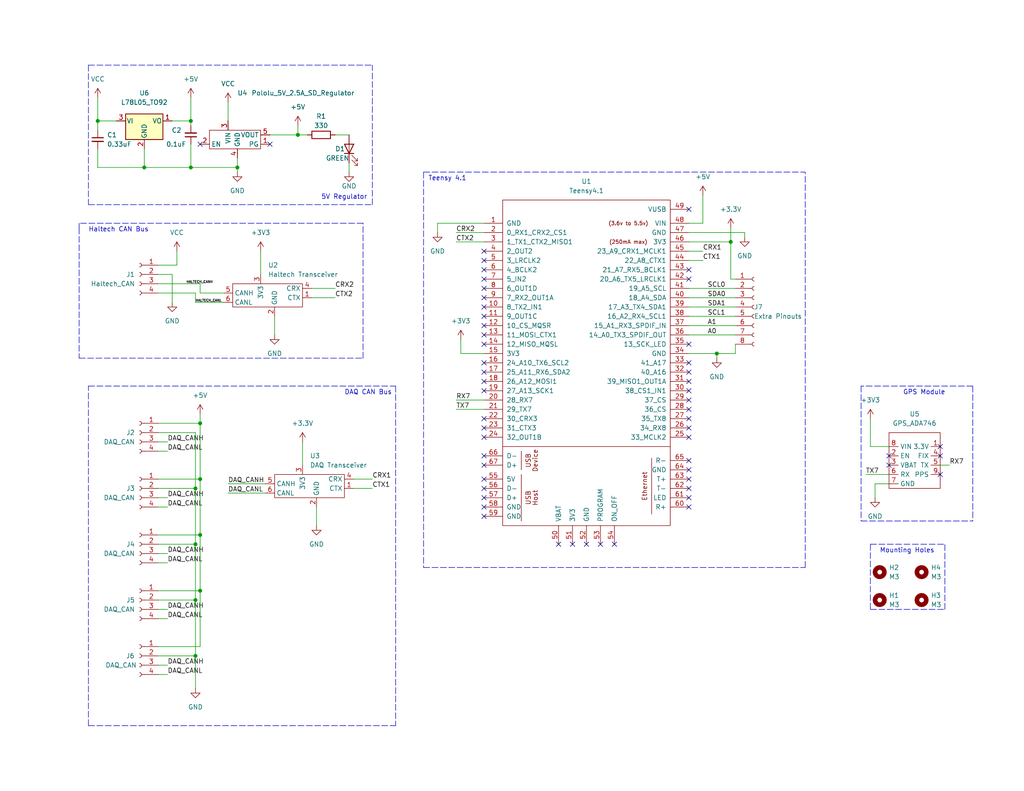
<source format=kicad_sch>
(kicad_sch (version 20211123) (generator eeschema)
  (paper "USLetter")
  (title_block (title "SDM-23 DAQ Main Board") (date "2023-01-22") (rev "v1"))
  (lib_symbols
    (symbol "Connector:Conn_01x04_Female" (pin_names (offset 1.016) hide)
      (property "Reference" "J" (at 0 5.08 0))
      (property "Value" "Conn_01x04_Female" (at 0 -7.62 0))
      (symbol "Conn_01x04_Female_1_1"
        (arc (start 0 -4.572) (mid -0.508 -5.08) (end 0 -5.588) (stroke (width 0.1524)))
        (arc (start 0 -2.032) (mid -0.508 -2.54) (end 0 -3.048) (stroke (width 0.1524)))
        (polyline (pts (xy -1.27 -5.08) (xy -0.508 -5.08)) (stroke (width 0.1524)))
        (polyline (pts (xy -1.27 -2.54) (xy -0.508 -2.54)) (stroke (width 0.1524)))
        (polyline (pts (xy -1.27 0) (xy -0.508 0)) (stroke (width 0.1524)))
        (polyline (pts (xy -1.27 2.54) (xy -0.508 2.54)) (stroke (width 0.1524)))
        (arc (start 0 0.508) (mid -0.508 0) (end 0 -0.508) (stroke (width 0.1524)))
        (arc (start 0 3.048) (mid -0.508 2.54) (end 0 2.032) (stroke (width 0.1524)))
        (pin passive line (at -5.08 2.54 0) (length 3.81) (name "Pin_1") (number "1"))
        (pin passive line (at -5.08 0 0) (length 3.81) (name "Pin_2") (number "2"))
        (pin passive line (at -5.08 -2.54 0) (length 3.81) (name "Pin_3") (number "3"))
        (pin passive line (at -5.08 -5.08 0) (length 3.81) (name "Pin_4") (number "4"))
      )
    )
    (symbol "Connector:Conn_01x08_Female" (pin_names (offset 1.016) hide)
      (property "Reference" "J" (at 0 10.16 0))
      (property "Value" "Conn_01x08_Female" (at 0 -12.7 0))
      (symbol "Conn_01x08_Female_1_1"
        (arc (start 0 -9.652) (mid -0.508 -10.16) (end 0 -10.668) (stroke (width 0.1524)))
        (arc (start 0 -7.112) (mid -0.508 -7.62) (end 0 -8.128) (stroke (width 0.1524)))
        (arc (start 0 -4.572) (mid -0.508 -5.08) (end 0 -5.588) (stroke (width 0.1524)))
        (arc (start 0 -2.032) (mid -0.508 -2.54) (end 0 -3.048) (stroke (width 0.1524)))
        (polyline (pts (xy -1.27 -10.16) (xy -0.508 -10.16)) (stroke (width 0.1524)))
        (polyline (pts (xy -1.27 -7.62) (xy -0.508 -7.62)) (stroke (width 0.1524)))
        (polyline (pts (xy -1.27 -5.08) (xy -0.508 -5.08)) (stroke (width 0.1524)))
        (polyline (pts (xy -1.27 -2.54) (xy -0.508 -2.54)) (stroke (width 0.1524)))
        (polyline (pts (xy -1.27 0) (xy -0.508 0)) (stroke (width 0.1524)))
        (polyline (pts (xy -1.27 2.54) (xy -0.508 2.54)) (stroke (width 0.1524)))
        (polyline (pts (xy -1.27 5.08) (xy -0.508 5.08)) (stroke (width 0.1524)))
        (polyline (pts (xy -1.27 7.62) (xy -0.508 7.62)) (stroke (width 0.1524)))
        (arc (start 0 0.508) (mid -0.508 0) (end 0 -0.508) (stroke (width 0.1524)))
        (arc (start 0 3.048) (mid -0.508 2.54) (end 0 2.032) (stroke (width 0.1524)))
        (arc (start 0 5.588) (mid -0.508 5.08) (end 0 4.572) (stroke (width 0.1524)))
        (arc (start 0 8.128) (mid -0.508 7.62) (end 0 7.112) (stroke (width 0.1524)))
        (pin passive line (at -5.08 7.62 0) (length 3.81) (name "Pin_1") (number "1"))
        (pin passive line (at -5.08 5.08 0) (length 3.81) (name "Pin_2") (number "2"))
        (pin passive line (at -5.08 2.54 0) (length 3.81) (name "Pin_3") (number "3"))
        (pin passive line (at -5.08 0 0) (length 3.81) (name "Pin_4") (number "4"))
        (pin passive line (at -5.08 -2.54 0) (length 3.81) (name "Pin_5") (number "5"))
        (pin passive line (at -5.08 -5.08 0) (length 3.81) (name "Pin_6") (number "6"))
        (pin passive line (at -5.08 -7.62 0) (length 3.81) (name "Pin_7") (number "7"))
        (pin passive line (at -5.08 -10.16 0) (length 3.81) (name "Pin_8") (number "8"))
      )
    )
    (symbol "Device:C_Small" (pin_numbers hide) (pin_names (offset 0.254) hide)
      (property "Reference" "C" (at 0.254 1.778 0))
      (property "Value" "C_Small" (at 0.254 -2.032 0))
      (symbol "C_Small_0_1"
        (polyline (pts (xy -1.524 -0.508) (xy 1.524 -0.508)) (stroke (width 0.3302)))
        (polyline (pts (xy -1.524 0.508) (xy 1.524 0.508)) (stroke (width 0.3048)))
      )
      (symbol "C_Small_1_1"
        (pin passive line (at 0 2.54 270) (length 2.032) (name "~") (number "1"))
        (pin passive line (at 0 -2.54 90) (length 2.032) (name "~") (number "2"))
      )
    )
    (symbol "Device:LED" (pin_numbers hide) (pin_names (offset 1.016) hide)
      (property "Reference" "D" (at 0 2.54 0))
      (property "Value" "LED" (at 0 -2.54 0))
      (symbol "LED_0_1"
        (polyline (pts (xy -1.27 -1.27) (xy -1.27 1.27)) (stroke (width 0.254)))
        (polyline (pts (xy -1.27 0) (xy 1.27 0)))
        (polyline (pts (xy 1.27 -1.27) (xy 1.27 1.27) (xy -1.27 0) (xy 1.27 -1.27)) (stroke (width 0.254)))
        (polyline (pts (xy -3.048 -0.762) (xy -4.572 -2.286) (xy -3.81 -2.286) (xy -4.572 -2.286) (xy -4.572 -1.524)))
        (polyline (pts (xy -1.778 -0.762) (xy -3.302 -2.286) (xy -2.54 -2.286) (xy -3.302 -2.286) (xy -3.302 -1.524)))
      )
      (symbol "LED_1_1"
        (pin passive line (at -3.81 0 0) (length 2.54) (name "K") (number "1"))
        (pin passive line (at 3.81 0 180) (length 2.54) (name "A") (number "2"))
      )
    )
    (symbol "Device:R" (pin_numbers hide) (pin_names (offset 0))
      (property "Reference" "R" (at 2.032 0 90))
      (property "Value" "R" (at 0 0 90))
      (symbol "R_0_1"
        (rectangle (start -1.016 -2.54) (end 1.016 2.54) (stroke (width 0.254)))
      )
      (symbol "R_1_1"
        (pin passive line (at 0 3.81 270) (length 1.27) (name "~") (number "1"))
        (pin passive line (at 0 -3.81 90) (length 1.27) (name "~") (number "2"))
      )
    )
    (symbol "Mechanical:MountingHole" (pin_names (offset 1.016))
      (property "Reference" "H" (at 0 5.08 0))
      (property "Value" "MountingHole" (at 0 3.175 0))
      (symbol "MountingHole_0_1"
        (circle (center 0 0) (radius 1.27) (stroke (width 1.27)))
      )
    )
    (symbol "Regulator_Linear:L78L05_TO92" (pin_names (offset 0.254))
      (property "Reference" "U" (at -3.81 3.175 0))
      (property "Value" "L78L05_TO92" (at 0 3.175 0))
      (symbol "L78L05_TO92_0_1"
        (rectangle (start -5.08 -5.08) (end 5.08 1.905) (stroke (width 0.254)) (fill (type background)))
      )
      (symbol "L78L05_TO92_1_1"
        (pin power_out line (at 7.62 0 180) (length 2.54) (name "VO") (number "1"))
        (pin power_in line (at 0 -7.62 90) (length 2.54) (name "GND") (number "2"))
        (pin power_in line (at -7.62 0 0) (length 2.54) (name "VI") (number "3"))
      )
    )
    (symbol "SDM:GPS_ADA746"
      (property "Reference" "U" (at 0 0 0))
      (property "Value" "GPS_ADA746" (at 1.27 -2.54 0))
      (symbol "GPS_ADA746_0_1"
        (rectangle (start -6.35 -1.27) (end 7.62 -16.51))
      )
      (symbol "GPS_ADA746_1_1"
        (pin output line (at 7.62 -5.08 180) (length 2.54) (name "3.3V") (number "1"))
        (pin input line (at -6.35 -7.62 0) (length 2.54) (name "EN") (number "2"))
        (pin input line (at -6.35 -10.16 0) (length 2.54) (name "VBAT") (number "3"))
        (pin output line (at 7.62 -7.62 180) (length 2.54) (name "FIX") (number "4"))
        (pin output line (at 7.62 -10.16 180) (length 2.54) (name "TX") (number "5"))
        (pin input line (at -6.35 -12.7 0) (length 2.54) (name "RX") (number "6"))
        (pin input line (at -6.35 -15.24 0) (length 2.54) (name "GND") (number "7"))
        (pin input line (at -6.35 -5.08 0) (length 2.54) (name "VIN") (number "8"))
        (pin output line (at 7.62 -12.7 180) (length 2.54) (name "PPS") (number "9"))
      )
    )
    (symbol "SDM:Pololu_5V_2.5A_SD_Regulator"
      (property "Reference" "U" (at -1.27 0 0))
      (property "Value" "Pololu_5V_2.5A_SD_Regulator" (at 11.43 -2.54 0))
      (symbol "Pololu_5V_2.5A_SD_Regulator_0_1"
        (rectangle (start -8.89 -3.81) (end 5.08 -8.89))
      )
      (symbol "Pololu_5V_2.5A_SD_Regulator_1_1"
        (pin output line (at 7.62 -7.62 180) (length 2.54) (name "PG") (number "1"))
        (pin input line (at -11.43 -7.62 0) (length 2.54) (name "EN") (number "2"))
        (pin input line (at -3.81 -1.27 270) (length 2.54) (name "VIN") (number "3"))
        (pin input line (at -1.27 -11.43 90) (length 2.54) (name "GND") (number "4"))
        (pin output line (at 7.62 -5.08 180) (length 2.54) (name "VOUT") (number "5"))
      )
    )
    (symbol "SDM:SN65HVD230_CAN_Transceiver"
      (property "Reference" "U" (at 0 2.54 0))
      (property "Value" "SN65HVD230_CAN_Transceiver" (at 13.97 0 0))
      (symbol "SN65HVD230_CAN_Transceiver_0_1"
        (rectangle (start -8.89 -6.35) (end 10.16 -12.7))
      )
      (symbol "SN65HVD230_CAN_Transceiver_1_1"
        (pin input line (at 12.7 -10.16 180) (length 2.54) (name "CTX") (number "1"))
        (pin input line (at 2.54 -15.24 90) (length 2.54) (name "GND") (number "2"))
        (pin input line (at -1.27 -3.81 270) (length 2.54) (name "3V3") (number "3"))
        (pin input line (at 12.7 -7.62 180) (length 2.54) (name "CRX") (number "4"))
        (pin input line (at -11.43 -8.89 0) (length 2.54) (name "CANH") (number "5"))
        (pin input line (at -11.43 -11.43 0) (length 2.54) (name "CANL") (number "6"))
      )
    )
    (symbol "SN65HVD230_CAN_Transceiver_1"
      (property "Reference" "U" (at 0 2.54 0))
      (property "Value" "SN65HVD230_CAN_Transceiver_1" (at 13.97 0 0))
      (symbol "SN65HVD230_CAN_Transceiver_1_0_1"
        (rectangle (start -8.89 -6.35) (end 10.16 -12.7))
      )
      (symbol "SN65HVD230_CAN_Transceiver_1_1_1"
        (pin input line (at 12.7 -10.16 180) (length 2.54) (name "CTX") (number "1"))
        (pin input line (at 2.54 -15.24 90) (length 2.54) (name "GND") (number "2"))
        (pin input line (at -1.27 -3.81 270) (length 2.54) (name "3V3") (number "3"))
        (pin input line (at 12.7 -7.62 180) (length 2.54) (name "CRX") (number "4"))
        (pin input line (at -11.43 -8.89 0) (length 2.54) (name "CANH") (number "5"))
        (pin input line (at -11.43 -11.43 0) (length 2.54) (name "CANL") (number "6"))
      )
    )
    (symbol "Teensy:Teensy4.1" (pin_names (offset 1.016))
      (property "Reference" "U" (at 0 64.77 0))
      (property "Value" "Teensy4.1" (at 0 62.23 0))
      (symbol "Teensy4.1_0_0"
        (polyline (pts (xy -22.86 -6.35) (xy 22.86 -6.35)))
        (polyline (pts (xy -17.78 -26.67) (xy -17.78 -13.97)))
        (polyline (pts (xy -17.78 -7.62) (xy -17.78 -12.7)))
        (polyline (pts (xy 17.78 -9.525) (xy 17.78 -24.765)))
        (text "(250mA max)" (at 11.43 49.53 0) (effects (font (size 1.016 1.016))))
        (text "(3.6v to 5.5v)" (at 11.43 54.61 0) (effects (font (size 1.016 1.016))))
        (text "Device" (at -13.97 -10.16 900) (effects (font (size 1.27 1.27))))
        (text "Ethernet" (at 15.875 -17.145 900) (effects (font (size 1.27 1.27))))
        (text "Host" (at -13.97 -20.32 900) (effects (font (size 1.27 1.27))))
        (text "USB" (at -15.875 -20.32 900) (effects (font (size 1.27 1.27))))
        (text "USB" (at -15.875 -10.16 900) (effects (font (size 1.27 1.27))))
        (pin bidirectional line (at -27.94 31.75 0) (length 5.08) (name "8_TX2_IN1") (number "10"))
        (pin bidirectional line (at -27.94 29.21 0) (length 5.08) (name "9_OUT1C") (number "11"))
        (pin bidirectional line (at -27.94 26.67 0) (length 5.08) (name "10_CS_MQSR") (number "12"))
        (pin bidirectional line (at -27.94 24.13 0) (length 5.08) (name "11_MOSI_CTX1") (number "13"))
        (pin bidirectional line (at -27.94 21.59 0) (length 5.08) (name "12_MISO_MQSL") (number "14"))
        (pin power_in line (at -27.94 19.05 0) (length 5.08) (name "3V3") (number "15"))
        (pin bidirectional line (at -27.94 16.51 0) (length 5.08) (name "24_A10_TX6_SCL2") (number "16"))
        (pin bidirectional line (at -27.94 13.97 0) (length 5.08) (name "25_A11_RX6_SDA2") (number "17"))
        (pin bidirectional line (at -27.94 11.43 0) (length 5.08) (name "26_A12_MOSI1") (number "18"))
        (pin bidirectional line (at -27.94 8.89 0) (length 5.08) (name "27_A13_SCK1") (number "19"))
        (pin bidirectional line (at -27.94 6.35 0) (length 5.08) (name "28_RX7") (number "20"))
        (pin bidirectional line (at -27.94 3.81 0) (length 5.08) (name "29_TX7") (number "21"))
        (pin bidirectional line (at -27.94 1.27 0) (length 5.08) (name "30_CRX3") (number "22"))
        (pin bidirectional line (at -27.94 -1.27 0) (length 5.08) (name "31_CTX3") (number "23"))
        (pin bidirectional line (at -27.94 -3.81 0) (length 5.08) (name "32_OUT1B") (number "24"))
        (pin bidirectional line (at 27.94 -3.81 180) (length 5.08) (name "33_MCLK2") (number "25"))
        (pin bidirectional line (at 27.94 -1.27 180) (length 5.08) (name "34_RX8") (number "26"))
        (pin bidirectional line (at 27.94 1.27 180) (length 5.08) (name "35_TX8") (number "27"))
        (pin bidirectional line (at 27.94 3.81 180) (length 5.08) (name "36_CS") (number "28"))
        (pin bidirectional line (at 27.94 6.35 180) (length 5.08) (name "37_CS") (number "29"))
        (pin bidirectional line (at 27.94 8.89 180) (length 5.08) (name "38_CS1_IN1") (number "30"))
        (pin bidirectional line (at 27.94 11.43 180) (length 5.08) (name "39_MISO1_OUT1A") (number "31"))
        (pin bidirectional line (at 27.94 13.97 180) (length 5.08) (name "40_A16") (number "32"))
        (pin bidirectional line (at 27.94 16.51 180) (length 5.08) (name "41_A17") (number "33"))
        (pin bidirectional line (at 27.94 21.59 180) (length 5.08) (name "13_SCK_LED") (number "35"))
        (pin bidirectional line (at 27.94 24.13 180) (length 5.08) (name "14_A0_TX3_SPDIF_OUT") (number "36"))
        (pin bidirectional line (at 27.94 26.67 180) (length 5.08) (name "15_A1_RX3_SPDIF_IN") (number "37"))
        (pin bidirectional line (at 27.94 29.21 180) (length 5.08) (name "16_A2_RX4_SCL1") (number "38"))
        (pin bidirectional line (at 27.94 31.75 180) (length 5.08) (name "17_A3_TX4_SDA1") (number "39"))
        (pin bidirectional line (at 27.94 34.29 180) (length 5.08) (name "18_A4_SDA") (number "40"))
        (pin bidirectional line (at 27.94 36.83 180) (length 5.08) (name "19_A5_SCL") (number "41"))
        (pin bidirectional line (at 27.94 39.37 180) (length 5.08) (name "20_A6_TX5_LRCLK1") (number "42"))
        (pin bidirectional line (at 27.94 41.91 180) (length 5.08) (name "21_A7_RX5_BCLK1") (number "43"))
        (pin bidirectional line (at 27.94 44.45 180) (length 5.08) (name "22_A8_CTX1") (number "44"))
        (pin bidirectional line (at 27.94 46.99 180) (length 5.08) (name "23_A9_CRX1_MCLK1") (number "45"))
        (pin output line (at 27.94 49.53 180) (length 5.08) (name "3V3") (number "46"))
        (pin output line (at 27.94 52.07 180) (length 5.08) (name "GND") (number "47"))
        (pin power_in line (at 27.94 54.61 180) (length 5.08) (name "VIN") (number "48"))
        (pin power_out line (at 27.94 58.42 180) (length 5.08) (name "VUSB") (number "49"))
        (pin bidirectional line (at -27.94 44.45 0) (length 5.08) (name "3_LRCLK2") (number "5"))
        (pin power_in line (at -7.62 -33.02 90) (length 5.08) (name "VBAT") (number "50"))
        (pin power_in line (at -3.81 -33.02 90) (length 5.08) (name "3V3") (number "51"))
        (pin input line (at 0 -33.02 90) (length 5.08) (name "GND") (number "52"))
        (pin input line (at 3.81 -33.02 90) (length 5.08) (name "PROGRAM") (number "53"))
        (pin input line (at 7.62 -33.02 90) (length 5.08) (name "ON_OFF") (number "54"))
        (pin power_out line (at -27.94 -15.24 0) (length 5.08) (name "5V") (number "55"))
        (pin bidirectional line (at -27.94 -17.78 0) (length 5.08) (name "D-") (number "56"))
        (pin bidirectional line (at -27.94 -20.32 0) (length 5.08) (name "D+") (number "57"))
        (pin power_in line (at -27.94 -22.86 0) (length 5.08) (name "GND") (number "58"))
        (pin power_in line (at -27.94 -25.4 0) (length 5.08) (name "GND") (number "59"))
        (pin bidirectional line (at -27.94 41.91 0) (length 5.08) (name "4_BCLK2") (number "6"))
        (pin bidirectional line (at 27.94 -22.86 180) (length 5.08) (name "R+") (number "60"))
        (pin bidirectional line (at 27.94 -20.32 180) (length 5.08) (name "LED") (number "61"))
        (pin bidirectional line (at 27.94 -17.78 180) (length 5.08) (name "T-") (number "62"))
        (pin bidirectional line (at 27.94 -15.24 180) (length 5.08) (name "T+") (number "63"))
        (pin power_in line (at 27.94 -12.7 180) (length 5.08) (name "GND") (number "64"))
        (pin bidirectional line (at 27.94 -10.16 180) (length 5.08) (name "R-") (number "65"))
        (pin bidirectional line (at -27.94 -8.89 0) (length 5.08) (name "D-") (number "66"))
        (pin bidirectional line (at -27.94 -11.43 0) (length 5.08) (name "D+") (number "67"))
        (pin bidirectional line (at -27.94 39.37 0) (length 5.08) (name "5_IN2") (number "7"))
        (pin bidirectional line (at -27.94 36.83 0) (length 5.08) (name "6_OUT1D") (number "8"))
        (pin bidirectional line (at -27.94 34.29 0) (length 5.08) (name "7_RX2_OUT1A") (number "9"))
      )
      (symbol "Teensy4.1_0_1"
        (rectangle (start -22.86 60.96) (end 22.86 -27.94))
        (rectangle (start -20.32 -1.27) (end -20.32 -1.27))
      )
      (symbol "Teensy4.1_1_1"
        (pin power_in line (at -27.94 54.61 0) (length 5.08) (name "GND") (number "1"))
        (pin bidirectional line (at -27.94 52.07 0) (length 5.08) (name "0_RX1_CRX2_CS1") (number "2"))
        (pin bidirectional line (at -27.94 49.53 0) (length 5.08) (name "1_TX1_CTX2_MISO1") (number "3"))
        (pin power_in line (at 27.94 19.05 180) (length 5.08) (name "GND") (number "34"))
        (pin bidirectional line (at -27.94 46.99 0) (length 5.08) (name "2_OUT2") (number "4"))
      )
    )
    (symbol "power:+3.3V" (power) (pin_names (offset 0))
      (property "Value" "+3.3V" (at 0 3.556 0))
      (symbol "+3.3V_0_1"
        (polyline (pts (xy -0.762 1.27) (xy 0 2.54)))
        (polyline (pts (xy 0 0) (xy 0 2.54)))
        (polyline (pts (xy 0 2.54) (xy 0.762 1.27)))
      )
      (symbol "+3.3V_1_1"
        (pin power_in line (at 0 0 90) (length 0) hide (name "+3.3V") (number "1"))
      )
    )
    (symbol "power:+3V3" (power) (pin_names (offset 0))
      (property "Value" "+3V3" (at 0 3.556 0))
      (symbol "+3V3_0_1"
        (polyline (pts (xy -0.762 1.27) (xy 0 2.54)))
        (polyline (pts (xy 0 0) (xy 0 2.54)))
        (polyline (pts (xy 0 2.54) (xy 0.762 1.27)))
      )
      (symbol "+3V3_1_1"
        (pin power_in line (at 0 0 90) (length 0) hide (name "+3V3") (number "1"))
      )
    )
    (symbol "power:+5V" (power) (pin_names (offset 0))
      (property "Value" "+5V" (at 0 3.556 0))
      (symbol "+5V_0_1"
        (polyline (pts (xy -0.762 1.27) (xy 0 2.54)))
        (polyline (pts (xy 0 0) (xy 0 2.54)))
        (polyline (pts (xy 0 2.54) (xy 0.762 1.27)))
      )
      (symbol "+5V_1_1"
        (pin power_in line (at 0 0 90) (length 0) hide (name "+5V") (number "1"))
      )
    )
    (symbol "power:GND" (power) (pin_names (offset 0))
      (property "Value" "GND" (at 0 -3.81 0))
      (symbol "GND_0_1"
        (polyline (pts (xy 0 0) (xy 0 -1.27) (xy 1.27 -1.27) (xy 0 -2.54) (xy -1.27 -1.27) (xy 0 -1.27)))
      )
      (symbol "GND_1_1"
        (pin power_in line (at 0 0 270) (length 0) hide (name "GND") (number "1"))
      )
    )
    (symbol "power:VCC" (power) (pin_names (offset 0))
      (property "Value" "VCC" (at 0 3.81 0))
      (symbol "VCC_0_1"
        (polyline (pts (xy -0.762 1.27) (xy 0 2.54)))
        (polyline (pts (xy 0 0) (xy 0 2.54)))
        (polyline (pts (xy 0 2.54) (xy 0.762 1.27)))
      )
      (symbol "VCC_1_1"
        (pin power_in line (at 0 0 90) (length 0) hide (name "VCC") (number "1"))
      )
    )
  )
  (junction (at 54.61 115.57))
  (junction (at 52.07 33.02))
  (junction (at 26.67 33.02))
  (junction (at 39.37 45.72))
  (junction (at 54.61 146.05))
  (junction (at 53.34 133.35))
  (junction (at 53.34 179.07))
  (junction (at 54.61 130.81))
  (junction (at 81.28 36.83))
  (junction (at 199.39 66.04))
  (junction (at 53.34 148.59))
  (junction (at 53.34 163.83))
  (junction (at 64.77 45.72))
  (junction (at 195.58 96.52))
  (junction (at 54.61 161.29))
  (junction (at 52.07 45.72))
  (no_connect (at 73.66 39.37))
  (no_connect (at 54.61 39.37))
  (no_connect (at 187.96 104.14))
  (no_connect (at 132.08 81.28))
  (no_connect (at 187.96 128.27))
  (no_connect (at 132.08 104.14))
  (no_connect (at 132.08 91.44))
  (no_connect (at 132.08 135.89))
  (no_connect (at 242.57 124.46))
  (no_connect (at 132.08 140.97))
  (no_connect (at 132.08 93.98))
  (no_connect (at 132.08 124.46))
  (no_connect (at 187.96 119.38))
  (no_connect (at 152.4 148.59))
  (no_connect (at 187.96 73.66))
  (no_connect (at 132.08 83.82))
  (no_connect (at 132.08 106.68))
  (no_connect (at 132.08 68.58))
  (no_connect (at 187.96 106.68))
  (no_connect (at 256.54 129.54))
  (no_connect (at 187.96 111.76))
  (no_connect (at 132.08 114.3))
  (no_connect (at 187.96 133.35))
  (no_connect (at 187.96 109.22))
  (no_connect (at 132.08 119.38))
  (no_connect (at 187.96 93.98))
  (no_connect (at 167.64 148.59))
  (no_connect (at 187.96 116.84))
  (no_connect (at 242.57 127))
  (no_connect (at 156.21 148.59))
  (no_connect (at 132.08 130.81))
  (no_connect (at 187.96 114.3))
  (no_connect (at 132.08 76.2))
  (no_connect (at 160.02 148.59))
  (no_connect (at 187.96 99.06))
  (no_connect (at 132.08 78.74))
  (no_connect (at 187.96 138.43))
  (no_connect (at 132.08 99.06))
  (no_connect (at 132.08 101.6))
  (no_connect (at 132.08 86.36))
  (no_connect (at 132.08 71.12))
  (no_connect (at 132.08 88.9))
  (no_connect (at 187.96 76.2))
  (no_connect (at 187.96 57.15))
  (no_connect (at 132.08 73.66))
  (no_connect (at 163.83 148.59))
  (no_connect (at 187.96 135.89))
  (no_connect (at 132.08 127))
  (no_connect (at 256.54 121.92))
  (no_connect (at 187.96 101.6))
  (no_connect (at 187.96 130.81))
  (no_connect (at 132.08 116.84))
  (no_connect (at 256.54 124.46))
  (no_connect (at 187.96 125.73))
  (no_connect (at 132.08 138.43))
  (no_connect (at 132.08 133.35))
  (polyline (pts (xy 265.43 105.41) (xy 265.43 142.24)))
  (polyline (pts (xy 237.49 166.37) (xy 257.81 166.37)))
  (wire (pts (xy 54.61 80.01) (xy 60.96 80.01)))
  (wire (pts (xy 187.96 71.12) (xy 191.77 71.12)))
  (wire (pts (xy 64.77 45.72) (xy 64.77 46.99)))
  (wire (pts (xy 200.66 76.2) (xy 199.39 76.2)))
  (polyline (pts (xy 237.49 148.59) (xy 237.49 166.37)))
  (polyline (pts (xy 101.6 55.88) (xy 101.6 17.78)))
  (wire (pts (xy 191.77 53.34) (xy 191.77 60.96)))
  (polyline (pts (xy 21.59 60.96) (xy 21.59 62.23)))
  (wire (pts (xy 52.07 45.72) (xy 39.37 45.72)))
  (wire (pts (xy 26.67 40.64) (xy 26.67 45.72)))
  (polyline (pts (xy 257.81 166.37) (xy 257.81 148.59)))
  (wire (pts (xy 187.96 66.04) (xy 199.39 66.04)))
  (wire (pts (xy 43.18 72.39) (xy 48.26 72.39)))
  (wire (pts (xy 52.07 33.02) (xy 52.07 26.67)))
  (wire (pts (xy 62.23 134.62) (xy 72.39 134.62)))
  (wire (pts (xy 187.96 91.44) (xy 200.66 91.44)))
  (wire (pts (xy 124.46 109.22) (xy 132.08 109.22)))
  (wire (pts (xy 187.96 88.9) (xy 200.66 88.9)))
  (wire (pts (xy 62.23 132.08) (xy 72.39 132.08)))
  (wire (pts (xy 85.09 78.74) (xy 91.44 78.74)))
  (wire (pts (xy 43.18 161.29) (xy 54.61 161.29)))
  (wire (pts (xy 81.28 36.83) (xy 83.82 36.83)))
  (wire (pts (xy 187.96 63.5) (xy 203.2 63.5)))
  (wire (pts (xy 53.34 148.59) (xy 53.34 163.83)))
  (wire (pts (xy 43.18 80.01) (xy 53.34 80.01)))
  (wire (pts (xy 46.99 82.55) (xy 46.99 74.93)))
  (wire (pts (xy 125.73 96.52) (xy 125.73 92.71)))
  (polyline (pts (xy 219.71 154.94) (xy 219.71 46.99)))
  (wire (pts (xy 124.46 63.5) (xy 132.08 63.5)))
  (wire (pts (xy 54.61 146.05) (xy 54.61 130.81)))
  (wire (pts (xy 195.58 97.79) (xy 195.58 96.52)))
  (wire (pts (xy 85.09 81.28) (xy 91.44 81.28)))
  (wire (pts (xy 53.34 179.07) (xy 53.34 187.96)))
  (wire (pts (xy 187.96 86.36) (xy 200.66 86.36)))
  (wire (pts (xy 43.18 184.15) (xy 45.72 184.15)))
  (polyline (pts (xy 115.57 46.99) (xy 115.57 154.94)))
  (wire (pts (xy 95.25 44.45) (xy 95.25 46.99)))
  (polyline (pts (xy 21.59 62.23) (xy 21.59 97.79)))
  (wire (pts (xy 71.12 68.58) (xy 71.12 74.93)))
  (wire (pts (xy 43.18 163.83) (xy 53.34 163.83)))
  (wire (pts (xy 187.96 68.58) (xy 191.77 68.58)))
  (wire (pts (xy 96.52 133.35) (xy 101.6 133.35)))
  (wire (pts (xy 54.61 77.47) (xy 54.61 80.01)))
  (wire (pts (xy 43.18 118.11) (xy 53.34 118.11)))
  (wire (pts (xy 43.18 176.53) (xy 54.61 176.53)))
  (wire (pts (xy 96.52 130.81) (xy 101.6 130.81)))
  (wire (pts (xy 195.58 96.52) (xy 200.66 96.52)))
  (wire (pts (xy 54.61 176.53) (xy 54.61 161.29)))
  (wire (pts (xy 43.18 130.81) (xy 54.61 130.81)))
  (wire (pts (xy 237.49 121.92) (xy 242.57 121.92)))
  (wire (pts (xy 62.23 27.94) (xy 62.23 33.02)))
  (wire (pts (xy 191.77 60.96) (xy 187.96 60.96)))
  (wire (pts (xy 43.18 151.13) (xy 45.72 151.13)))
  (wire (pts (xy 53.34 80.01) (xy 53.34 82.55)))
  (wire (pts (xy 26.67 33.02) (xy 26.67 35.56)))
  (polyline (pts (xy 24.13 198.12) (xy 107.95 198.12)))
  (wire (pts (xy 43.18 181.61) (xy 45.72 181.61)))
  (polyline (pts (xy 265.43 105.41) (xy 234.95 105.41)))
  (wire (pts (xy 237.49 114.3) (xy 237.49 121.92)))
  (wire (pts (xy 242.57 132.08) (xy 238.76 132.08)))
  (wire (pts (xy 39.37 45.72) (xy 39.37 40.64)))
  (wire (pts (xy 199.39 66.04) (xy 199.39 62.23)))
  (wire (pts (xy 43.18 148.59) (xy 53.34 148.59)))
  (wire (pts (xy 200.66 93.98) (xy 200.66 96.52)))
  (wire (pts (xy 43.18 153.67) (xy 45.72 153.67)))
  (wire (pts (xy 46.99 33.02) (xy 52.07 33.02)))
  (wire (pts (xy 54.61 115.57) (xy 54.61 113.03)))
  (wire (pts (xy 43.18 166.37) (xy 45.72 166.37)))
  (wire (pts (xy 187.96 96.52) (xy 195.58 96.52)))
  (polyline (pts (xy 234.95 142.24) (xy 265.43 142.24)))
  (polyline (pts (xy 237.49 148.59) (xy 257.81 148.59)))
  (polyline (pts (xy 115.57 154.94) (xy 219.71 154.94)))
  (wire (pts (xy 124.46 66.04) (xy 132.08 66.04)))
  (wire (pts (xy 53.34 118.11) (xy 53.34 133.35)))
  (polyline (pts (xy 24.13 198.12) (xy 24.13 105.41)))
  (polyline (pts (xy 234.95 105.41) (xy 234.95 142.24)))
  (polyline (pts (xy 24.13 17.78) (xy 101.6 17.78)))
  (wire (pts (xy 86.36 138.43) (xy 86.36 143.51)))
  (wire (pts (xy 53.34 82.55) (xy 60.96 82.55)))
  (wire (pts (xy 256.54 127) (xy 259.08 127)))
  (wire (pts (xy 43.18 133.35) (xy 53.34 133.35)))
  (wire (pts (xy 64.77 43.18) (xy 64.77 45.72)))
  (wire (pts (xy 54.61 130.81) (xy 54.61 115.57)))
  (wire (pts (xy 64.77 45.72) (xy 52.07 45.72)))
  (wire (pts (xy 74.93 86.36) (xy 74.93 91.44)))
  (wire (pts (xy 91.44 36.83) (xy 95.25 36.83)))
  (wire (pts (xy 238.76 132.08) (xy 238.76 135.89)))
  (wire (pts (xy 81.28 34.29) (xy 81.28 36.83)))
  (wire (pts (xy 52.07 39.37) (xy 52.07 45.72)))
  (wire (pts (xy 82.55 120.65) (xy 82.55 127)))
  (wire (pts (xy 236.22 129.54) (xy 242.57 129.54)))
  (polyline (pts (xy 107.95 105.41) (xy 107.95 198.12)))
  (wire (pts (xy 48.26 72.39) (xy 48.26 68.58)))
  (wire (pts (xy 43.18 179.07) (xy 53.34 179.07)))
  (polyline (pts (xy 115.57 46.99) (xy 219.71 46.99)))
  (wire (pts (xy 43.18 146.05) (xy 54.61 146.05)))
  (wire (pts (xy 26.67 26.67) (xy 26.67 33.02)))
  (wire (pts (xy 43.18 135.89) (xy 45.72 135.89)))
  (wire (pts (xy 119.38 60.96) (xy 132.08 60.96)))
  (wire (pts (xy 26.67 33.02) (xy 31.75 33.02)))
  (wire (pts (xy 53.34 133.35) (xy 53.34 148.59)))
  (polyline (pts (xy 21.59 97.79) (xy 99.06 97.79)))
  (wire (pts (xy 187.96 83.82) (xy 200.66 83.82)))
  (wire (pts (xy 187.96 81.28) (xy 200.66 81.28)))
  (polyline (pts (xy 24.13 17.78) (xy 24.13 55.88)))
  (wire (pts (xy 73.66 36.83) (xy 81.28 36.83)))
  (wire (pts (xy 187.96 78.74) (xy 200.66 78.74)))
  (wire (pts (xy 132.08 96.52) (xy 125.73 96.52)))
  (polyline (pts (xy 24.13 55.88) (xy 101.6 55.88)))
  (wire (pts (xy 43.18 168.91) (xy 45.72 168.91)))
  (wire (pts (xy 43.18 120.65) (xy 45.72 120.65)))
  (wire (pts (xy 43.18 77.47) (xy 54.61 77.47)))
  (wire (pts (xy 119.38 60.96) (xy 119.38 63.5)))
  (wire (pts (xy 124.46 111.76) (xy 132.08 111.76)))
  (wire (pts (xy 203.2 63.5) (xy 203.2 64.77)))
  (polyline (pts (xy 24.13 105.41) (xy 107.95 105.41)))
  (polyline (pts (xy 99.06 60.96) (xy 21.59 60.96)))
  (polyline (pts (xy 99.06 97.79) (xy 99.06 60.96)))
  (wire (pts (xy 46.99 74.93) (xy 43.18 74.93)))
  (wire (pts (xy 199.39 66.04) (xy 199.39 76.2)))
  (wire (pts (xy 52.07 33.02) (xy 52.07 34.29)))
  (wire (pts (xy 43.18 123.19) (xy 45.72 123.19)))
  (wire (pts (xy 26.67 45.72) (xy 39.37 45.72)))
  (wire (pts (xy 54.61 161.29) (xy 54.61 146.05)))
  (wire (pts (xy 43.18 115.57) (xy 54.61 115.57)))
  (wire (pts (xy 43.18 138.43) (xy 45.72 138.43)))
  (wire (pts (xy 53.34 163.83) (xy 53.34 179.07)))
  (text "DAQ CAN Bus" (at 93.98 107.95 0) (effects (font (size 1.27 1.27)) (justify left bottom)))
  (text "Mounting Holes" (at 240.03 151.13 0) (effects (font (size 1.27 1.27)) (justify left bottom)))
  (text "Teensy 4.1" (at 116.84 49.53 0) (effects (font (size 1.27 1.27)) (justify left bottom)))
  (text "Haltech CAN Bus" (at 24.13 63.5 0) (effects (font (size 1.27 1.27)) (justify left bottom)))
  (text "GPS Module\n" (at 246.38 107.95 0) (effects (font (size 1.27 1.27)) (justify left bottom)))
  (text "5V Regulator" (at 87.63 54.61 0) (effects (font (size 1.27 1.27)) (justify left bottom)))
  (label "CTX1" (at 191.77 71.12 0))
  (label "CRX1" (at 101.6 130.81 0))
  (label "SDA1" (at 193.04 83.82 0))
  (label "DAQ_CANL" (at 45.72 153.67 0))
  (label "CTX2" (at 91.44 81.28 0))
  (label "TX7" (at 124.46 111.76 0))
  (label "DAQ_CANH" (at 45.72 166.37 0))
  (label "TX7" (at 236.22 129.54 0))
  (label "DAQ_CANH" (at 45.72 120.65 0))
  (label "DAQ_CANH" (at 45.72 181.61 0))
  (label "HALTECH_CANH" (at 50.8 77.47 0) (effects (font (size 0.64 0.64))))
  (label "HALTECH_CANL" (at 53.34 82.55 0) (effects (font (size 0.64 0.64))))
  (label "DAQ_CANL" (at 45.72 138.43 0))
  (label "DAQ_CANL" (at 45.72 123.19 0))
  (label "SCL1" (at 193.04 86.36 0))
  (label "CTX2" (at 124.46 66.04 0))
  (label "DAQ_CANH" (at 62.23 132.08 0))
  (label "DAQ_CANL" (at 45.72 168.91 0))
  (label "SCL0" (at 193.04 78.74 0))
  (label "DAQ_CANH" (at 45.72 151.13 0))
  (label "CRX2" (at 124.46 63.5 0))
  (label "DAQ_CANL" (at 62.23 134.62 0))
  (label "DAQ_CANL" (at 45.72 184.15 0))
  (label "A1" (at 193.04 88.9 0))
  (label "SDA0" (at 193.04 81.28 0))
  (label "CRX2" (at 91.44 78.74 0))
  (label "CRX1" (at 191.77 68.58 0))
  (label "DAQ_CANH" (at 45.72 135.89 0))
  (label "CTX1" (at 101.6 133.35 0))
  (label "RX7" (at 124.46 109.22 0))
  (label "RX7" (at 259.08 127 0))
  (label "A0" (at 193.04 91.44 0))
  (symbol (lib_id "Device:C_Small") (at 52.07 36.83 0) (mirror x) (unit 1)
    (property "Reference" "C2" (at 49.53 35.5535 0) (effects (justify right)))
    (property "Value" "0.1uF" (at 50.8 39.37 0) (effects (justify right)))
    (property "Footprint" "Capacitor_THT:C_Disc_D3.0mm_W2.0mm_P2.50mm" (effects hide))
  )
  (symbol (lib_id "Regulator_Linear:L78L05_TO92") (at 39.37 33.02 0) (unit 1)
    (property "Reference" "U6" (at 39.37 25.4 0))
    (property "Value" "L78L05_TO92" (at 39.37 27.94 0))
    (property "Footprint" "Package_TO_SOT_THT:TO-220-3_Vertical" (effects hide))
    (property "Datasheet" "http://www.st.com/content/ccc/resource/technical/document/datasheet/15/55/e5/aa/23/5b/43/fd/CD00000446.pdf/files/CD00000446.pdf/jcr:content/translations/en.CD00000446.pdf" (effects hide))
  )
  (symbol (lib_id "power:GND") (at 64.77 46.99 0) (unit 1)
    (property "Reference" "#PWR0103" (effects hide))
    (property "Value" "GND" (at 64.77 52.07 0))
  )
  (symbol (lib_id "Mechanical:MountingHole") (at 240.03 163.83 0) (unit 1)
    (property "Reference" "H1" (at 242.57 162.5599 0) (effects (justify left)))
    (property "Value" "M3" (at 242.57 165.0999 0) (effects (justify left)))
    (property "Footprint" "MountingHole:MountingHole_3.2mm_M3" (effects hide))
  )
  (symbol (lib_id "Device:C_Small") (at 26.67 38.1 0) (unit 1)
    (property "Reference" "C1" (at 29.21 36.8362 0) (effects (justify left)))
    (property "Value" "0.33uF" (at 29.21 39.3762 0) (effects (justify left)))
    (property "Footprint" "Capacitor_THT:C_Disc_D3.0mm_W2.0mm_P2.50mm" (effects hide))
  )
  (symbol (lib_id "SDM:SN65HVD230_CAN_Transceiver") (at 72.39 71.12 0) (unit 1)
    (property "Reference" "U2" (at 73.1394 72.39 0) (effects (justify left)))
    (property "Value" "Haltech Transceiver" (at 73.1394 74.93 0) (effects (justify left)))
    (property "Footprint" "SDM:SDM_CANBoard_v1" (effects hide))
  )
  (symbol (lib_id "power:GND") (at 195.58 97.79 0) (unit 1)
    (property "Reference" "#PWR0111" (effects hide))
    (property "Value" "GND" (at 195.58 102.87 0))
  )
  (symbol (lib_id "power:VCC") (at 26.67 26.67 0) (unit 1)
    (property "Reference" "#PWR0122" (effects hide))
    (property "Value" "VCC" (at 26.67 21.59 0))
  )
  (symbol (lib_id "Teensy:Teensy4.1") (at 160.02 115.57 0) (unit 1)
    (property "Reference" "U1" (at 160.02 49.53 0))
    (property "Value" "Teensy4.1" (at 160.02 52.07 0))
    (property "Footprint" "Teensy:Teensy41" (effects hide))
  )
  (symbol (lib_id "Mechanical:MountingHole") (at 240.03 156.21 0) (unit 1)
    (property "Reference" "H2" (at 242.57 154.9399 0) (effects (justify left)))
    (property "Value" "M3" (at 242.57 157.4799 0) (effects (justify left)))
    (property "Footprint" "MountingHole:MountingHole_3.2mm_M3" (effects hide))
  )
  (symbol (lib_id "power:+3V3") (at 237.49 114.3 0) (unit 1)
    (property "Reference" "#PWR0119" (effects hide))
    (property "Value" "+3V3" (at 237.49 109.22 0))
  )
  (symbol (lib_id "power:+3V3") (at 71.12 68.58 0) (unit 1)
    (property "Reference" "#PWR0105" (effects hide))
    (property "Value" "+3V3" (at 71.12 63.5 0))
  )
  (symbol (lib_id "power:VCC") (at 48.26 68.58 0) (unit 1)
    (property "Reference" "#PWR0104" (effects hide))
    (property "Value" "VCC" (at 48.26 63.5 0))
  )
  (symbol (lib_id "power:GND") (at 46.99 82.55 0) (unit 1)
    (property "Reference" "#PWR0109" (effects hide))
    (property "Value" "GND" (at 46.99 87.63 0))
  )
  (symbol (lib_id "SDM:GPS_ADA746") (at 248.92 116.84 0) (unit 1)
    (property "Reference" "U5" (at 249.555 113.03 0))
    (property "Value" "GPS_ADA746" (at 249.555 115.57 0))
    (property "Footprint" "Connector_PinHeader_2.54mm:PinHeader_1x09_P2.54mm_Vertical" (effects hide))
  )
  (symbol (lib_id "Connector:Conn_01x04_Female") (at 38.1 133.35 0) (mirror y) (unit 1)
    (property "Reference" "J3" (at 36.83 133.3499 0) (effects (justify left)))
    (property "Value" "DAQ_CAN" (at 36.83 135.8899 0) (effects (justify left)))
    (property "Footprint" "TerminalBlock_TE-Connectivity:TerminalBlock_TE_282834-4_1x04_P2.54mm_Horizontal" (effects hide))
  )
  (symbol (lib_id "SDM:Pololu_5V_2.5A_SD_Regulator") (at 66.04 31.75 0) (unit 1)
    (property "Reference" "U4" (at 64.77 25.4 0) (effects (justify left)))
    (property "Value" "Pololu_5V_2.5A_SD_Regulator" (at 68.58 25.4 0) (effects (justify left)))
    (property "Footprint" "Connector_PinHeader_2.54mm:PinHeader_1x05_P2.54mm_Vertical" (effects hide))
  )
  (symbol (lib_id "Mechanical:MountingHole") (at 251.46 156.21 0) (unit 1)
    (property "Reference" "H4" (at 254 154.9399 0) (effects (justify left)))
    (property "Value" "M3" (at 254 157.4799 0) (effects (justify left)))
    (property "Footprint" "MountingHole:MountingHole_3.2mm_M3" (effects hide))
  )
  (symbol (lib_id "power:+5V") (at 52.07 26.67 0) (unit 1)
    (property "Reference" "#PWR0121" (effects hide))
    (property "Value" "+5V" (at 52.07 21.59 0))
  )
  (symbol (lib_id "power:GND") (at 119.38 63.5 0) (unit 1)
    (property "Reference" "#PWR0110" (effects hide))
    (property "Value" "GND" (at 119.38 68.58 0))
  )
  (symbol (lib_id "power:GND") (at 238.76 135.89 0) (unit 1)
    (property "Reference" "#PWR0118" (effects hide))
    (property "Value" "GND" (at 238.76 140.97 0))
  )
  (symbol (lib_id "Mechanical:MountingHole") (at 251.46 163.83 0) (unit 1)
    (property "Reference" "H3" (at 254 162.5599 0) (effects (justify left)))
    (property "Value" "M3" (at 254 165.0999 0) (effects (justify left)))
    (property "Footprint" "MountingHole:MountingHole_3.2mm_M3" (effects hide))
  )
  (symbol (lib_id "power:GND") (at 74.93 91.44 0) (unit 1)
    (property "Reference" "#PWR0106" (effects hide))
    (property "Value" "GND" (at 74.93 96.52 0))
  )
  (symbol (lib_id "power:+3.3V") (at 82.55 120.65 0) (unit 1)
    (property "Reference" "#PWR0116" (effects hide))
    (property "Value" "+3.3V" (at 82.55 115.57 0))
  )
  (symbol (lib_id "Connector:Conn_01x04_Female") (at 38.1 163.83 0) (mirror y) (unit 1)
    (property "Reference" "J5" (at 36.83 163.8299 0) (effects (justify left)))
    (property "Value" "DAQ_CAN" (at 36.83 166.3699 0) (effects (justify left)))
    (property "Footprint" "TerminalBlock_TE-Connectivity:TerminalBlock_TE_282834-4_1x04_P2.54mm_Horizontal" (effects hide))
  )
  (symbol (lib_id "Device:R") (at 87.63 36.83 90) (unit 1)
    (property "Reference" "R1" (at 87.63 31.75 90))
    (property "Value" "330" (at 87.63 34.29 90))
    (property "Footprint" "Resistor_THT:R_Axial_DIN0204_L3.6mm_D1.6mm_P7.62mm_Horizontal" (effects hide))
  )
  (symbol (lib_id "Connector:Conn_01x04_Female") (at 38.1 148.59 0) (mirror y) (unit 1)
    (property "Reference" "J4" (at 36.83 148.5899 0) (effects (justify left)))
    (property "Value" "DAQ_CAN" (at 36.83 151.1299 0) (effects (justify left)))
    (property "Footprint" "TerminalBlock_TE-Connectivity:TerminalBlock_TE_282834-4_1x04_P2.54mm_Horizontal" (effects hide))
  )
  (symbol (lib_id "power:GND") (at 95.25 46.99 0) (unit 1)
    (property "Reference" "#PWR0120" (effects hide))
    (property "Value" "GND" (at 95.25 50.8 0))
  )
  (symbol (lib_name "SN65HVD230_CAN_Transceiver_1") (lib_id "SDM:SN65HVD230_CAN_Transceiver") (at 83.82 123.19 0) (unit 1)
    (property "Reference" "U3" (at 84.5694 124.46 0) (effects (justify left)))
    (property "Value" "DAQ Transceiver" (at 84.5694 127 0) (effects (justify left)))
    (property "Footprint" "SDM:SDM_CANBoard_v1" (effects hide))
  )
  (symbol (lib_id "power:GND") (at 86.36 143.51 0) (unit 1)
    (property "Reference" "#PWR0115" (effects hide))
    (property "Value" "GND" (at 86.36 148.59 0))
  )
  (symbol (lib_id "Connector:Conn_01x08_Female") (at 205.74 83.82 0) (unit 1)
    (property "Reference" "J7" (at 205.74 83.82 0) (effects (justify left)))
    (property "Value" "Extra Pinouts" (at 205.74 86.36 0) (effects (justify left)))
    (property "Footprint" "Connector_PinSocket_2.54mm:PinSocket_1x08_P2.54mm_Vertical" (effects hide))
  )
  (symbol (lib_id "power:VCC") (at 62.23 27.94 0) (unit 1)
    (property "Reference" "#PWR0101" (effects hide))
    (property "Value" "VCC" (at 62.23 22.86 0))
  )
  (symbol (lib_id "power:GND") (at 53.34 187.96 0) (unit 1)
    (property "Reference" "#PWR0107" (effects hide))
    (property "Value" "GND" (at 53.34 193.04 0))
  )
  (symbol (lib_id "Connector:Conn_01x04_Female") (at 38.1 74.93 0) (mirror y) (unit 1)
    (property "Reference" "J1" (at 36.83 74.9299 0) (effects (justify left)))
    (property "Value" "Haltech_CAN" (at 36.83 77.4699 0) (effects (justify left)))
    (property "Footprint" "TerminalBlock_TE-Connectivity:TerminalBlock_TE_282834-4_1x04_P2.54mm_Horizontal" (effects hide))
  )
  (symbol (lib_id "power:+3.3V") (at 199.39 62.23 0) (unit 1)
    (property "Reference" "#PWR0113" (effects hide))
    (property "Value" "+3.3V" (at 199.39 57.15 0))
  )
  (symbol (lib_id "Connector:Conn_01x04_Female") (at 38.1 179.07 0) (mirror y) (unit 1)
    (property "Reference" "J6" (at 35.56 179.07 0))
    (property "Value" "DAQ_CAN" (at 33.02 181.61 0))
    (property "Footprint" "TerminalBlock_TE-Connectivity:TerminalBlock_TE_282834-4_1x04_P2.54mm_Horizontal" (effects hide))
  )
  (symbol (lib_id "power:+3V3") (at 125.73 92.71 0) (unit 1)
    (property "Reference" "#PWR0117" (effects hide))
    (property "Value" "+3V3" (at 125.73 87.63 0))
  )
  (symbol (lib_id "Connector:Conn_01x04_Female") (at 38.1 118.11 0) (mirror y) (unit 1)
    (property "Reference" "J2" (at 36.83 118.1099 0) (effects (justify left)))
    (property "Value" "DAQ_CAN" (at 36.83 120.6499 0) (effects (justify left)))
    (property "Footprint" "TerminalBlock_TE-Connectivity:TerminalBlock_TE_282834-4_1x04_P2.54mm_Horizontal" (effects hide))
  )
  (symbol (lib_id "power:+5V") (at 191.77 53.34 0) (unit 1)
    (property "Reference" "#PWR0114" (effects hide))
    (property "Value" "+5V" (at 191.77 48.26 0))
  )
  (symbol (lib_id "power:+5V") (at 54.61 113.03 0) (unit 1)
    (property "Reference" "#PWR0108" (effects hide))
    (property "Value" "+5V" (at 54.61 107.95 0))
  )
  (symbol (lib_id "power:+5V") (at 81.28 34.29 0) (unit 1)
    (property "Reference" "#PWR0102" (effects hide))
    (property "Value" "+5V" (at 81.28 29.21 0))
  )
  (symbol (lib_id "power:GND") (at 203.2 64.77 0) (unit 1)
    (property "Reference" "#PWR0112" (effects hide))
    (property "Value" "GND" (at 203.2 69.85 0))
  )
  (symbol (lib_id "Device:LED") (at 95.25 40.64 90) (unit 1)
    (property "Reference" "D1" (at 91.44 40.64 90) (effects (justify right)))
    (property "Value" "GREEN" (at 88.9 43.18 90) (effects (justify right)))
    (property "Footprint" "LED_THT:LED_D5.0mm" (effects hide))
  )
)
</source>
